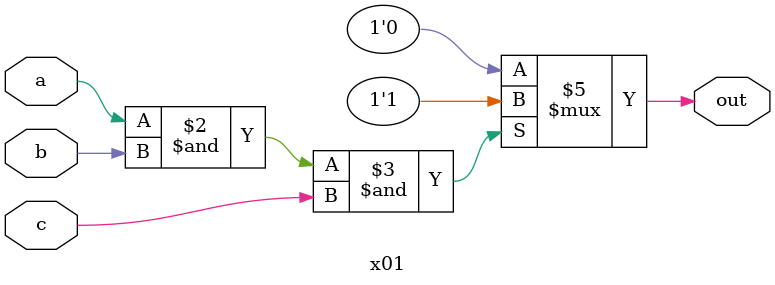
<source format=v>
module x01(output out, input a, b, c);

   always@(c, b, a)
	 begin
		if (a & b & c)
		  out = 1;
		else
		  out = 0;
	 end

endmodule

</source>
